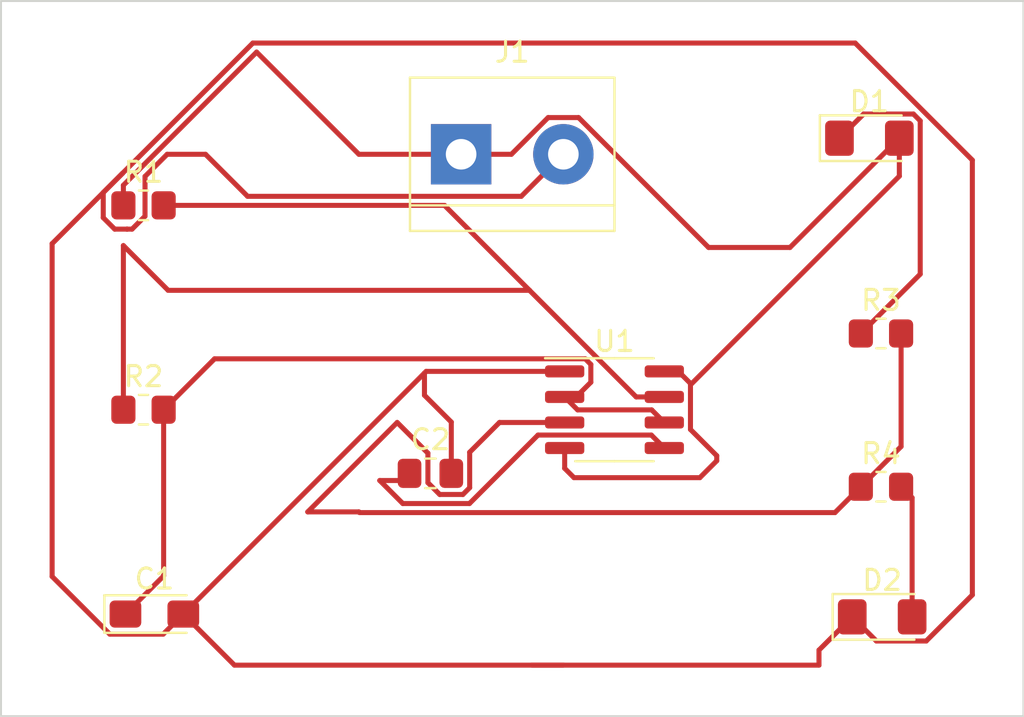
<source format=kicad_pcb>
(kicad_pcb (version 20211014) (generator pcbnew)
  (layers (0 "F.Cu" signal) (31 "B.Cu" signal) (34 "B.Paste" user) (35 "F.Paste" user) (36 "B.SilkS" user "B.Silkscreen") (37 "F.SilkS" user "F.Silkscreen") (38 "B.Mask" user) (39 "F.Mask" user) (44 "Edge.Cuts" user))
  (net 0 "")
  (net 1 "/pin_2")
  (net 2 "GND")
  (net 3 "Net-(C2-Pad1)")
  (net 4 "Net-(D1-Pad1)")
  (net 5 "+9V")
  (net 6 "Net-(D2-Pad2)")
  (net 7 "/pin_7")
  (net 8 "/pin_3")
  (footprint "LED_SMD:LED_1206_3216Metric_Pad1.42x1.75mm_HandSolder" (layer "F.Cu") (at 167.605 85.56)
    (fp_text reference "D1" (at 0 -1.82) (layer "F.SilkS"))
    (fp_text value "LED")
    (fp_line (start -2.46 1.135) (end 1.6 1.135) (layer "F.SilkS") (width 0.12))
    (fp_line (start -2.46 -1.135) (end -2.46 1.135) (layer "F.SilkS") (width 0.12))
    (fp_line (start 1.6 -1.135) (end -2.46 -1.135) (layer "F.SilkS") (width 0.12))
    (pad "1" smd roundrect (at -1.4875 0) (size 1.425 1.75) (layers "F.Cu" "F.Paste" "F.Mask") (roundrect_rratio 0.175439) (net 4 "Net-(D1-Pad1)"))
    (pad "2" smd roundrect (at 1.4875 0) (size 1.425 1.75) (layers "F.Cu" "F.Paste" "F.Mask") (roundrect_rratio 0.175439) (net 5 "+9V"))
  )
  (footprint "Resistor_SMD:R_0805_2012Metric_Pad1.20x1.40mm_HandSolder" (layer "F.Cu") (at 168.18 102.89)
    (fp_text reference "R4" (at 0 -1.65) (layer "F.SilkS"))
    (fp_text value "1k")
    (fp_line (start -0.227064 -0.735) (end 0.227064 -0.735) (layer "F.SilkS") (width 0.12))
    (fp_line (start -0.227064 0.735) (end 0.227064 0.735) (layer "F.SilkS") (width 0.12))
    (pad "1" smd roundrect (at -1 0) (size 1.2 1.4) (layers "F.Cu" "F.Paste" "F.Mask") (roundrect_rratio 0.208333) (net 8 "/pin_3"))
    (pad "2" smd roundrect (at 1 0) (size 1.2 1.4) (layers "F.Cu" "F.Paste" "F.Mask") (roundrect_rratio 0.208333) (net 6 "Net-(D2-Pad2)"))
  )
  (footprint "Package_SO:SOIC-8_3.9x4.9mm_P1.27mm" (layer "F.Cu") (at 154.94 99.06)
    (fp_text reference "U1" (at 0 -3.4) (layer "F.SilkS"))
    (fp_text value "NE555D")
    (fp_line (start 0 2.56) (end 1.95 2.56) (layer "F.SilkS") (width 0.12))
    (fp_line (start 0 -2.56) (end -3.45 -2.56) (layer "F.SilkS") (width 0.12))
    (fp_line (start 0 2.56) (end -1.95 2.56) (layer "F.SilkS") (width 0.12))
    (fp_line (start 0 -2.56) (end 1.95 -2.56) (layer "F.SilkS") (width 0.12))
    (pad "1" smd roundrect (at -2.475 -1.905) (size 1.95 0.6) (layers "F.Cu" "F.Paste" "F.Mask") (net 2 "GND"))
    (pad "2" smd roundrect (at -2.475 -0.635) (size 1.95 0.6) (layers "F.Cu" "F.Paste" "F.Mask") (net 1 "/pin_2"))
    (pad "3" smd roundrect (at -2.475 0.635) (size 1.95 0.6) (layers "F.Cu" "F.Paste" "F.Mask") (net 8 "/pin_3"))
    (pad "4" smd roundrect (at -2.475 1.905) (size 1.95 0.6) (layers "F.Cu" "F.Paste" "F.Mask") (net 5 "+9V"))
    (pad "5" smd roundrect (at 2.475 1.905) (size 1.95 0.6) (layers "F.Cu" "F.Paste" "F.Mask") (net 3 "Net-(C2-Pad1)"))
    (pad "6" smd roundrect (at 2.475 0.635) (size 1.95 0.6) (layers "F.Cu" "F.Paste" "F.Mask") (net 1 "/pin_2"))
    (pad "7" smd roundrect (at 2.475 -0.635) (size 1.95 0.6) (layers "F.Cu" "F.Paste" "F.Mask") (net 7 "/pin_7"))
    (pad "8" smd roundrect (at 2.475 -1.905) (size 1.95 0.6) (layers "F.Cu" "F.Paste" "F.Mask") (net 5 "+9V"))
  )
  (footprint "Resistor_SMD:R_0805_2012Metric_Pad1.20x1.40mm_HandSolder" (layer "F.Cu") (at 131.54 99.06)
    (fp_text reference "R2" (at 0 -1.65) (layer "F.SilkS"))
    (fp_text value "10k")
    (fp_line (start -0.227064 0.735) (end 0.227064 0.735) (layer "F.SilkS") (width 0.12))
    (fp_line (start -0.227064 -0.735) (end 0.227064 -0.735) (layer "F.SilkS") (width 0.12))
    (pad "1" smd roundrect (at -1 0) (size 1.2 1.4) (layers "F.Cu" "F.Paste" "F.Mask") (roundrect_rratio 0.208333) (net 7 "/pin_7"))
    (pad "2" smd roundrect (at 1 0) (size 1.2 1.4) (layers "F.Cu" "F.Paste" "F.Mask") (roundrect_rratio 0.208333) (net 1 "/pin_2"))
  )
  (footprint "Capacitor_SMD:C_0805_2012Metric_Pad1.18x1.45mm_HandSolder" (layer "F.Cu") (at 145.795 102.225)
    (fp_text reference "C2" (at 0 -1.68) (layer "F.SilkS"))
    (fp_text value "0.01uF")
    (fp_line (start -0.261252 -0.735) (end 0.261252 -0.735) (layer "F.SilkS") (width 0.12))
    (fp_line (start -0.261252 0.735) (end 0.261252 0.735) (layer "F.SilkS") (width 0.12))
    (pad "1" smd roundrect (at -1.0375 0) (size 1.175 1.45) (layers "F.Cu" "F.Paste" "F.Mask") (roundrect_rratio 0.212766) (net 3 "Net-(C2-Pad1)"))
    (pad "2" smd roundrect (at 1.0375 0) (size 1.175 1.45) (layers "F.Cu" "F.Paste" "F.Mask") (roundrect_rratio 0.212766) (net 2 "GND"))
  )
  (footprint "Capacitor_Tantalum_SMD:CP_EIA-3216-18_Kemet-A_Pad1.58x1.35mm_HandSolder" (layer "F.Cu") (at 132.08 109.22)
    (fp_text reference "C1" (at 0 -1.75) (layer "F.SilkS"))
    (fp_text value "10uF")
    (fp_line (start -2.485 -0.935) (end -2.485 0.935) (layer "F.SilkS") (width 0.12))
    (fp_line (start -2.485 0.935) (end 1.6 0.935) (layer "F.SilkS") (width 0.12))
    (fp_line (start 1.6 -0.935) (end -2.485 -0.935) (layer "F.SilkS") (width 0.12))
    (pad "1" smd roundrect (at -1.4375 0) (size 1.575 1.35) (layers "F.Cu" "F.Paste" "F.Mask") (roundrect_rratio 0.185185) (net 1 "/pin_2"))
    (pad "2" smd roundrect (at 1.4375 0) (size 1.575 1.35) (layers "F.Cu" "F.Paste" "F.Mask") (roundrect_rratio 0.185185) (net 2 "GND"))
  )
  (footprint "TerminalBlock:TerminalBlock_bornier-2_P5.08mm" (layer "F.Cu") (at 147.32 86.36)
    (fp_text reference "J1" (at 2.54 -5.08) (layer "F.SilkS"))
    (fp_text value "Conn_01x02_Male")
    (fp_line (start 7.62 3.81) (end 7.62 -3.81) (layer "F.SilkS") (width 0.12))
    (fp_line (start 7.62 -3.81) (end -2.54 -3.81) (layer "F.SilkS") (width 0.12))
    (fp_line (start -2.54 3.81) (end 7.62 3.81) (layer "F.SilkS") (width 0.12))
    (fp_line (start -2.54 -3.81) (end -2.54 3.81) (layer "F.SilkS") (width 0.12))
    (fp_line (start 7.62 2.54) (end -2.54 2.54) (layer "F.SilkS") (width 0.12))
    (pad "1" thru_hole rect (at 0 0) (size 3 3) (drill 1.52) (layers *.Cu *.Mask) (net 5 "+9V"))
    (pad "2" thru_hole circle (at 5.08 0) (size 3 3) (drill 1.52) (layers *.Cu *.Mask) (net 2 "GND"))
  )
  (footprint "Resistor_SMD:R_0805_2012Metric_Pad1.20x1.40mm_HandSolder" (layer "F.Cu") (at 168.18 95.27)
    (fp_text reference "R3" (at 0 -1.65) (layer "F.SilkS"))
    (fp_text value "1k")
    (fp_line (start -0.227064 -0.735) (end 0.227064 -0.735) (layer "F.SilkS") (width 0.12))
    (fp_line (start -0.227064 0.735) (end 0.227064 0.735) (layer "F.SilkS") (width 0.12))
    (pad "1" smd roundrect (at -1 0) (size 1.2 1.4) (layers "F.Cu" "F.Paste" "F.Mask") (roundrect_rratio 0.208333) (net 4 "Net-(D1-Pad1)"))
    (pad "2" smd roundrect (at 1 0) (size 1.2 1.4) (layers "F.Cu" "F.Paste" "F.Mask") (roundrect_rratio 0.208333) (net 8 "/pin_3"))
  )
  (footprint "Resistor_SMD:R_0805_2012Metric_Pad1.20x1.40mm_HandSolder" (layer "F.Cu") (at 131.54 88.9)
    (fp_text reference "R1" (at 0 -1.65) (layer "F.SilkS"))
    (fp_text value "1k")
    (fp_line (start -0.227064 0.735) (end 0.227064 0.735) (layer "F.SilkS") (width 0.12))
    (fp_line (start -0.227064 -0.735) (end 0.227064 -0.735) (layer "F.SilkS") (width 0.12))
    (pad "1" smd roundrect (at -1 0) (size 1.2 1.4) (layers "F.Cu" "F.Paste" "F.Mask") (roundrect_rratio 0.208333) (net 5 "+9V"))
    (pad "2" smd roundrect (at 1 0) (size 1.2 1.4) (layers "F.Cu" "F.Paste" "F.Mask") (roundrect_rratio 0.208333) (net 7 "/pin_7"))
  )
  (footprint "LED_SMD:LED_1206_3216Metric_Pad1.42x1.75mm_HandSolder" (layer "F.Cu") (at 168.24 109.36)
    (fp_text reference "D2" (at 0 -1.82) (layer "F.SilkS"))
    (fp_text value "LED")
    (fp_line (start -2.46 1.135) (end 1.6 1.135) (layer "F.SilkS") (width 0.12))
    (fp_line (start 1.6 -1.135) (end -2.46 -1.135) (layer "F.SilkS") (width 0.12))
    (fp_line (start -2.46 -1.135) (end -2.46 1.135) (layer "F.SilkS") (width 0.12))
    (pad "1" smd roundrect (at -1.4875 0) (size 1.425 1.75) (layers "F.Cu" "F.Paste" "F.Mask") (roundrect_rratio 0.175439) (net 2 "GND"))
    (pad "2" smd roundrect (at 1.4875 0) (size 1.425 1.75) (layers "F.Cu" "F.Paste" "F.Mask") (roundrect_rratio 0.175439) (net 6 "Net-(D2-Pad2)"))
  )
  (gr_rect (start 124.46 78.74) (end 175.26 114.3) (layer "Edge.Cuts") (width 0.1) (fill none))
  (segment (start 130.6425 109.22) (end 132.54 107.3225) (width 0.25) (layer "F.Cu") (net 1))
  (segment (start 153.765 97.695) (end 153.035 98.425) (width 0.25) (layer "F.Cu") (net 1))
  (segment (start 153.765 96.808249) (end 153.765 97.695) (width 0.25) (layer "F.Cu") (net 1))
  (segment (start 153.11 99.07) (end 156.79 99.07) (width 0.25) (layer "F.Cu") (net 1))
  (segment (start 132.54 107.3225) (end 132.54 99.06) (width 0.25) (layer "F.Cu") (net 1))
  (segment (start 132.54 99.06) (end 135.07 96.53) (width 0.25) (layer "F.Cu") (net 1))
  (segment (start 153.486751 96.53) (end 153.765 96.808249) (width 0.25) (layer "F.Cu") (net 1))
  (segment (start 152.465 98.425) (end 153.11 99.07) (width 0.25) (layer "F.Cu") (net 1))
  (segment (start 153.035 98.425) (end 152.465 98.425) (width 0.25) (layer "F.Cu") (net 1))
  (segment (start 135.07 96.53) (end 153.486751 96.53) (width 0.25) (layer "F.Cu") (net 1))
  (segment (start 156.79 99.07) (end 157.415 99.695) (width 0.25) (layer "F.Cu") (net 1))
  (segment (start 133.5175 109.22) (end 132.5175 110.22) (width 0.25) (layer "F.Cu") (net 2))
  (segment (start 136.71 88.45) (end 150.31 88.45) (width 0.25) (layer "F.Cu") (net 2))
  (segment (start 167.9525 110.56) (end 170.428172 110.56) (width 0.25) (layer "F.Cu") (net 2))
  (segment (start 172.72 86.650432) (end 166.899568 80.83) (width 0.25) (layer "F.Cu") (net 2))
  (segment (start 127 90.803604) (end 130.491802 87.311802) (width 0.25) (layer "F.Cu") (net 2))
  (segment (start 130.491802 87.311802) (end 129.54 88.263604) (width 0.25) (layer "F.Cu") (net 2))
  (segment (start 136.0575 111.76) (end 152.4 111.76) (width 0.25) (layer "F.Cu") (net 2))
  (segment (start 146.8325 99.675) (end 146.8325 102.225) (width 0.25) (layer "F.Cu") (net 2))
  (segment (start 127 107.353173) (end 127 90.803604) (width 0.25) (layer "F.Cu") (net 2))
  (segment (start 145.5825 97.155) (end 145.49875 97.23875) (width 0.25) (layer "F.Cu") (net 2))
  (segment (start 165.1 111.76) (end 150.831826 111.76) (width 0.25) (layer "F.Cu") (net 2))
  (segment (start 129.54 89.513173) (end 130.108629 90.081802) (width 0.25) (layer "F.Cu") (net 2))
  (segment (start 129.54 88.263604) (end 129.54 89.513173) (width 0.25) (layer "F.Cu") (net 2))
  (segment (start 132.5175 110.22) (end 129.866827 110.22) (width 0.25) (layer "F.Cu") (net 2))
  (segment (start 166.7525 109.36) (end 167.9525 110.56) (width 0.25) (layer "F.Cu") (net 2))
  (segment (start 170.428172 110.56) (end 172.72 108.268172) (width 0.25) (layer "F.Cu") (net 2))
  (segment (start 130.108629 90.081802) (end 130.721802 90.081802) (width 0.25) (layer "F.Cu") (net 2))
  (segment (start 131.615 87.461396) (end 132.716396 86.36) (width 0.25) (layer "F.Cu") (net 2))
  (segment (start 145.49875 98.34125) (end 145.49875 97.23875) (width 0.25) (layer "F.Cu") (net 2))
  (segment (start 134.62 86.36) (end 136.71 88.45) (width 0.25) (layer "F.Cu") (net 2))
  (segment (start 150.31 88.45) (end 152.4 86.36) (width 0.25) (layer "F.Cu") (net 2))
  (segment (start 152.465 97.155) (end 145.5825 97.155) (width 0.25) (layer "F.Cu") (net 2))
  (segment (start 131.615 89.438173) (end 131.615 87.461396) (width 0.25) (layer "F.Cu") (net 2))
  (segment (start 133.5175 109.22) (end 136.0575 111.76) (width 0.25) (layer "F.Cu") (net 2))
  (segment (start 166.7525 109.36) (end 165.1 111.0125) (width 0.25) (layer "F.Cu") (net 2))
  (segment (start 129.866827 110.22) (end 127 107.353173) (width 0.25) (layer "F.Cu") (net 2))
  (segment (start 145.49875 97.23875) (end 133.5175 109.22) (width 0.25) (layer "F.Cu") (net 2))
  (segment (start 165.1 111.0125) (end 165.1 111.76) (width 0.25) (layer "F.Cu") (net 2))
  (segment (start 145.49875 98.34125) (end 146.8325 99.675) (width 0.25) (layer "F.Cu") (net 2))
  (segment (start 130.971371 90.081802) (end 131.615 89.438173) (width 0.25) (layer "F.Cu") (net 2))
  (segment (start 130.721802 90.081802) (end 130.971371 90.081802) (width 0.25) (layer "F.Cu") (net 2))
  (segment (start 172.72 108.268172) (end 172.72 86.650432) (width 0.25) (layer "F.Cu") (net 2))
  (segment (start 136.973604 80.83) (end 130.491802 87.311802) (width 0.25) (layer "F.Cu") (net 2))
  (segment (start 166.899568 80.83) (end 136.973604 80.83) (width 0.25) (layer "F.Cu") (net 2))
  (segment (start 130.721802 90.081802) (end 130.721803 90.081802) (width 0.25) (layer "F.Cu") (net 2))
  (segment (start 132.716396 86.36) (end 134.62 86.36) (width 0.25) (layer "F.Cu") (net 2))
  (segment (start 156.77 100.32) (end 151.14 100.32) (width 0.25) (layer "F.Cu") (net 3))
  (segment (start 144.7425 102.225) (end 144.3875 102.58) (width 0.25) (layer "F.Cu") (net 3))
  (segment (start 157.415 100.965) (end 156.77 100.32) (width 0.25) (layer "F.Cu") (net 3))
  (segment (start 147.735 103.725) (end 151.14 100.32) (width 0.25) (layer "F.Cu") (net 3))
  (segment (start 143.2775 102.58) (end 144.4225 103.725) (width 0.25) (layer "F.Cu") (net 3))
  (segment (start 144.3875 102.58) (end 143.2775 102.58) (width 0.25) (layer "F.Cu") (net 3))
  (segment (start 144.4225 103.725) (end 147.735 103.725) (width 0.25) (layer "F.Cu") (net 3))
  (segment (start 167.18 95.27) (end 170.13 92.32) (width 0.25) (layer "F.Cu") (net 4))
  (segment (start 170.13 92.32) (end 170.13 84.696828) (width 0.25) (layer "F.Cu") (net 4))
  (segment (start 169.793172 84.36) (end 167.3175 84.36) (width 0.25) (layer "F.Cu") (net 4))
  (segment (start 167.3175 84.36) (end 166.1175 85.56) (width 0.25) (layer "F.Cu") (net 4))
  (segment (start 170.13 84.696828) (end 169.793172 84.36) (width 0.25) (layer "F.Cu") (net 4))
  (segment (start 153.15594 84.535) (end 151.64406 84.535) (width 0.25) (layer "F.Cu") (net 5))
  (segment (start 152.929645 102.44) (end 159.18 102.44) (width 0.25) (layer "F.Cu") (net 5))
  (segment (start 152.465 101.975355) (end 152.929645 102.44) (width 0.25) (layer "F.Cu") (net 5))
  (segment (start 158.715 97.755) (end 158.115 97.155) (width 0.25) (layer "F.Cu") (net 5))
  (segment (start 169.0925 85.56) (end 163.65844 90.99406) (width 0.25) (layer "F.Cu") (net 5))
  (segment (start 158.115 97.155) (end 157.415 97.155) (width 0.25) (layer "F.Cu") (net 5))
  (segment (start 160.02 101.346751) (end 158.715 100.041751) (width 0.25) (layer "F.Cu") (net 5))
  (segment (start 163.65844 90.99406) (end 159.615 90.99406) (width 0.25) (layer "F.Cu") (net 5))
  (segment (start 159.615 90.99406) (end 153.15594 84.535) (width 0.25) (layer "F.Cu") (net 5))
  (segment (start 152.465 100.965) (end 152.465 101.975355) (width 0.25) (layer "F.Cu") (net 5))
  (segment (start 159.18 102.44) (end 160.02 101.6) (width 0.25) (layer "F.Cu") (net 5))
  (segment (start 160.02 101.6) (end 160.02 101.346751) (width 0.25) (layer "F.Cu") (net 5))
  (segment (start 158.715 100.041751) (end 158.715 97.825) (width 0.25) (layer "F.Cu") (net 5))
  (segment (start 130.54 87.9) (end 137.16 81.28) (width 0.25) (layer "F.Cu") (net 5))
  (segment (start 169.0925 87.4475) (end 158.715 97.825) (width 0.25) (layer "F.Cu") (net 5))
  (segment (start 169.0925 85.56) (end 169.0925 87.4475) (width 0.25) (layer "F.Cu") (net 5))
  (segment (start 158.715 97.825) (end 158.715 97.755) (width 0.25) (layer "F.Cu") (net 5))
  (segment (start 130.54 88.9) (end 130.54 87.9) (width 0.25) (layer "F.Cu") (net 5))
  (segment (start 137.16 81.28) (end 142.24 86.36) (width 0.25) (layer "F.Cu") (net 5))
  (segment (start 151.64406 84.535) (end 149.81906 86.36) (width 0.25) (layer "F.Cu") (net 5))
  (segment (start 149.81906 86.36) (end 147.32 86.36) (width 0.25) (layer "F.Cu") (net 5))
  (segment (start 142.24 86.36) (end 147.32 86.36) (width 0.25) (layer "F.Cu") (net 5))
  (segment (start 169.18 102.89) (end 169.7275 103.4375) (width 0.25) (layer "F.Cu") (net 6))
  (segment (start 169.7275 103.4375) (end 169.7275 109.36) (width 0.25) (layer "F.Cu") (net 6))
  (segment (start 130.54 90.9) (end 132.763426 93.123426) (width 0.25) (layer "F.Cu") (net 7))
  (segment (start 156.018147 98.425) (end 150.716574 93.123426) (width 0.25) (layer "F.Cu") (net 7))
  (segment (start 132.763426 93.123426) (end 150.716574 93.123426) (width 0.25) (layer "F.Cu") (net 7))
  (segment (start 150.716574 93.123426) (end 146.493147 88.9) (width 0.25) (layer "F.Cu") (net 7))
  (segment (start 157.415 98.425) (end 156.018147 98.425) (width 0.25) (layer "F.Cu") (net 7))
  (segment (start 130.54 99.06) (end 130.54 90.9) (width 0.25) (layer "F.Cu") (net 7))
  (segment (start 146.493147 88.9) (end 132.54 88.9) (width 0.25) (layer "F.Cu") (net 7))
  (segment (start 165.895 104.175) (end 167.18 102.89) (width 0.25) (layer "F.Cu") (net 8))
  (segment (start 149.225 99.695) (end 147.745 101.175) (width 0.25) (layer "F.Cu") (net 8))
  (segment (start 169.18 100.89) (end 169.18 95.27) (width 0.25) (layer "F.Cu") (net 8))
  (segment (start 139.7 104.14) (end 142.24 104.14) (width 0.25) (layer "F.Cu") (net 8))
  (segment (start 142.275 104.175) (end 165.895 104.175) (width 0.25) (layer "F.Cu") (net 8))
  (segment (start 147.745 101.175) (end 147.745 102.938173) (width 0.25) (layer "F.Cu") (net 8))
  (segment (start 144.145 99.695) (end 139.7 104.14) (width 0.25) (layer "F.Cu") (net 8))
  (segment (start 145.67 102.688173) (end 145.67 101.22) (width 0.25) (layer "F.Cu") (net 8))
  (segment (start 146.256827 103.275) (end 145.67 102.688173) (width 0.25) (layer "F.Cu") (net 8))
  (segment (start 169.18 100.89) (end 167.18 102.89) (width 0.25) (layer "F.Cu") (net 8))
  (segment (start 145.67 101.22) (end 144.145 99.695) (width 0.25) (layer "F.Cu") (net 8))
  (segment (start 147.408173 103.275) (end 146.256827 103.275) (width 0.25) (layer "F.Cu") (net 8))
  (segment (start 147.745 102.938173) (end 147.408173 103.275) (width 0.25) (layer "F.Cu") (net 8))
  (segment (start 152.465 99.695) (end 149.225 99.695) (width 0.25) (layer "F.Cu") (net 8))
  (segment (start 142.24 104.14) (end 142.275 104.175) (width 0.25) (layer "F.Cu") (net 8))
)
</source>
